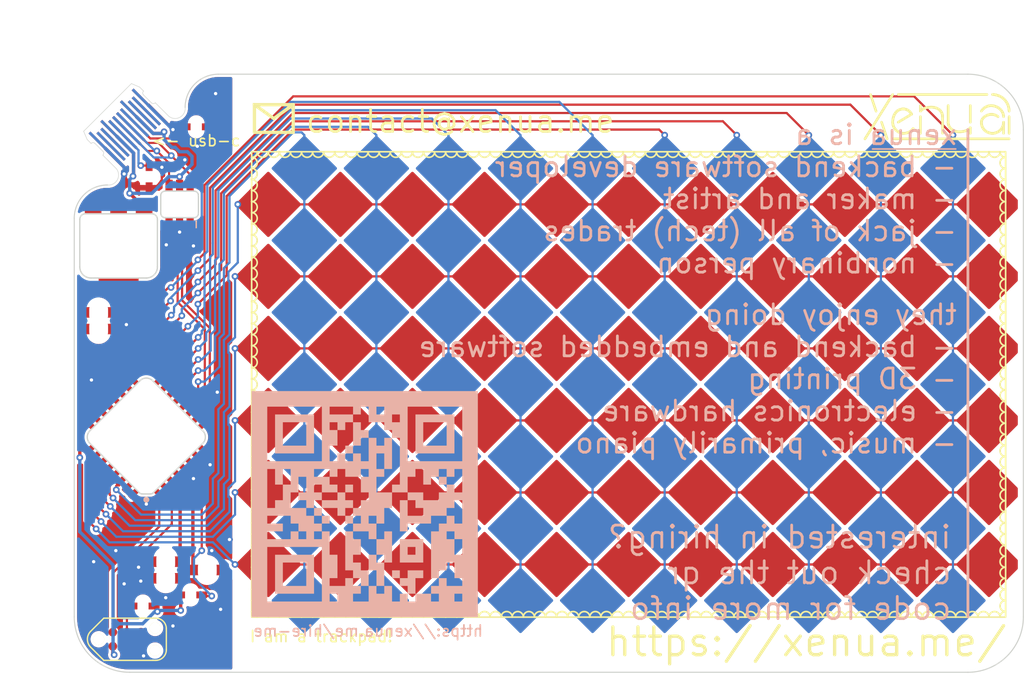
<source format=kicad_pcb>
(kicad_pcb (version 20211014) (generator pcbnew)

  (general
    (thickness 0.6)
  )

  (paper "A4")
  (layers
    (0 "F.Cu" signal)
    (31 "B.Cu" signal)
    (32 "B.Adhes" user "B.Adhesive")
    (33 "F.Adhes" user "F.Adhesive")
    (34 "B.Paste" user)
    (35 "F.Paste" user)
    (36 "B.SilkS" user "B.Silkscreen")
    (37 "F.SilkS" user "F.Silkscreen")
    (38 "B.Mask" user)
    (39 "F.Mask" user)
    (40 "Dwgs.User" user "User.Drawings")
    (41 "Cmts.User" user "User.Comments")
    (42 "Eco1.User" user "User.Eco1")
    (43 "Eco2.User" user "User.Eco2")
    (44 "Edge.Cuts" user)
    (45 "Margin" user)
    (46 "B.CrtYd" user "B.Courtyard")
    (47 "F.CrtYd" user "F.Courtyard")
    (48 "B.Fab" user)
    (49 "F.Fab" user)
    (50 "User.1" user)
    (51 "User.2" user)
    (52 "User.3" user)
    (53 "User.4" user)
    (54 "User.5" user)
    (55 "User.6" user)
    (56 "User.7" user)
    (57 "User.8" user)
    (58 "User.9" user)
  )

  (setup
    (stackup
      (layer "F.SilkS" (type "Top Silk Screen") (color "White"))
      (layer "F.Paste" (type "Top Solder Paste"))
      (layer "F.Mask" (type "Top Solder Mask") (color "Black") (thickness 0.01))
      (layer "F.Cu" (type "copper") (thickness 0.035))
      (layer "dielectric 1" (type "core") (thickness 0.51) (material "FR4") (epsilon_r 4.5) (loss_tangent 0.02))
      (layer "B.Cu" (type "copper") (thickness 0.035))
      (layer "B.Mask" (type "Bottom Solder Mask") (color "Black") (thickness 0.01))
      (layer "B.Paste" (type "Bottom Solder Paste"))
      (layer "B.SilkS" (type "Bottom Silk Screen") (color "White"))
      (copper_finish "HAL lead-free")
      (dielectric_constraints no)
    )
    (pad_to_mask_clearance 0)
    (pcbplotparams
      (layerselection 0x00010fc_ffffffff)
      (disableapertmacros false)
      (usegerberextensions false)
      (usegerberattributes true)
      (usegerberadvancedattributes true)
      (creategerberjobfile true)
      (svguseinch false)
      (svgprecision 6)
      (excludeedgelayer true)
      (plotframeref false)
      (viasonmask false)
      (mode 1)
      (useauxorigin false)
      (hpglpennumber 1)
      (hpglpenspeed 20)
      (hpglpendiameter 15.000000)
      (dxfpolygonmode true)
      (dxfimperialunits true)
      (dxfusepcbnewfont true)
      (psnegative false)
      (psa4output false)
      (plotreference true)
      (plotvalue true)
      (plotinvisibletext false)
      (sketchpadsonfab false)
      (subtractmaskfromsilk false)
      (outputformat 1)
      (mirror false)
      (drillshape 1)
      (scaleselection 1)
      (outputdirectory "")
    )
  )

  (net 0 "")
  (net 1 "GND")
  (net 2 "Net-(C2-Pad2)")
  (net 3 "+3V3")
  (net 4 "unconnected-(J1-PadB8)")
  (net 5 "/DM")
  (net 6 "/DP")
  (net 7 "Net-(J1-PadB5)")
  (net 8 "VBUS")
  (net 9 "Net-(J1-PadA5)")
  (net 10 "unconnected-(J1-PadA8)")
  (net 11 "/SWDIO")
  (net 12 "/RST")
  (net 13 "/SWCLK")
  (net 14 "unconnected-(J2-Pad6)")
  (net 15 "/USBD+")
  (net 16 "/USBD-")
  (net 17 "unconnected-(U3-Pad1)")
  (net 18 "unconnected-(U3-Pad2)")
  (net 19 "/Y0")
  (net 20 "/Y1")
  (net 21 "/Y2")
  (net 22 "/Y3")
  (net 23 "/Y4")
  (net 24 "/Y5")
  (net 25 "/X0")
  (net 26 "/X1")
  (net 27 "/X2")
  (net 28 "/X3")
  (net 29 "unconnected-(U3-Pad15)")
  (net 30 "unconnected-(U3-Pad16)")
  (net 31 "/X4")
  (net 32 "/X5")
  (net 33 "/X6")
  (net 34 "/X7")
  (net 35 "/X10")
  (net 36 "/X11")
  (net 37 "unconnected-(U3-Pad25)")
  (net 38 "unconnected-(U3-Pad27)")

  (footprint "xenua:SOT-223-3_TabPin2_MidMount" (layer "F.Cu") (at 104 115.5 -90))

  (footprint "xenua:SOT-23-6_MidMount" (layer "F.Cu") (at 109.5 111.75 90))

  (footprint "xenua:0603_1608Metric_Pad1.08x0.95mm_MidMount" (layer "F.Cu") (at 102.2 123))

  (footprint "xenua:sig-medium" (layer "F.Cu") (at 171.315002 105.834999))

  (footprint "xenua:0402_1005Metric_Pad0.74x0.62mm_MidMount" (layer "F.Cu") (at 106.2 148 180))

  (footprint "xenua:USB_C_PCB" (layer "F.Cu") (at 103 103 45))

  (footprint "xenua:0402_1005Metric_Pad0.74x0.62mm_MidMount" (layer "F.Cu") (at 111 104.75))

  (footprint "xenua:0603_1608Metric_Pad1.08x0.95mm_MidMount" (layer "F.Cu") (at 108.25 144 180))

  (footprint "xenua:0603_1608Metric_Pad1.08x0.95mm_MidMount" (layer "F.Cu") (at 102.2 121.5))

  (footprint "xenua:0603_1608Metric_Pad1.08x0.95mm_MidMount" (layer "F.Cu") (at 112 144.75 180))

  (footprint "xenua:LQFP-32_7x7mm_P0.8mm_midmount" (layer "F.Cu") (at 106.5 132.75 135))

  (footprint "xenua:0402_1005Metric_Pad0.74x0.62mm_MidMount" (layer "F.Cu") (at 110.5 147 180))

  (footprint "xenua:0402_1005Metric_Pad0.74x0.62mm_MidMount" (layer "F.Cu") (at 106.75 109.25 90))

  (footprint "xenua:0603_1608Metric_Pad1.08x0.95mm_MidMount" (layer "F.Cu") (at 108.25 145.5 180))

  (footprint "xenua:TC2030" (layer "F.Cu") (at 104.75 151))

  (gr_poly
    (pts
      (xy 134.289652 134.227587)
      (xy 130.772411 134.227587)
      (xy 130.772411 133.524139)
      (xy 131.47586 133.524139)
      (xy 133.586205 133.524139)
      (xy 133.586205 131.413795)
      (xy 131.47586 131.413795)
      (xy 131.47586 133.524139)
      (xy 130.772411 133.524139)
      (xy 130.772411 130.710346)
      (xy 134.289652 130.710346)
    ) (layer "B.SilkS") (width 0) (fill solid) (tstamp 1de57649-c458-48c6-919a-81197b6291b2))
  (gr_poly
    (pts
      (xy 121.627585 146.889654)
      (xy 118.110344 146.889654)
      (xy 118.110344 146.186207)
      (xy 118.813793 146.186207)
      (xy 120.924137 146.186207)
      (xy 120.924137 144.075862)
      (xy 118.813793 144.075862)
      (xy 118.813793 146.186207)
      (xy 118.110344 146.186207)
      (xy 118.110344 143.372413)
      (xy 121.627585 143.372413)
    ) (layer "B.SilkS") (width 0) (fill solid) (tstamp 24024531-fdbf-4c71-b8a2-0633f776f61a))
  (gr_poly
    (pts
      (xy 125.144826 137.744828)
      (xy 124.441378 137.744828)
      (xy 124.441378 137.04138)
      (xy 125.144826 137.04138)
    ) (layer "B.SilkS") (width 0) (fill solid) (tstamp 6c1923d3-2542-45b5-9107-6d71b77bc673))
  (gr_poly
    (pts
      (xy 131.47586 144.075862)
      (xy 129.365516 144.075862)
      (xy 129.365516 143.372413)
      (xy 130.068964 143.372413)
      (xy 130.772411 143.372413)
      (xy 130.772411 142.668966)
      (xy 130.068964 142.668966)
      (xy 130.068964 143.372413)
      (xy 129.365516 143.372413)
      (xy 129.365516 141.965518)
      (xy 131.47586 141.965518)
    ) (layer "B.SilkS") (width 0) (fill solid) (tstamp 806aaf2f-ef7f-4422-adb9-f027f0cefdb4))
  (gr_poly
    (pts
      (xy 129.365516 145.482757)
      (xy 128.662067 145.482757)
      (xy 128.662067 144.77931)
      (xy 129.365516 144.77931)
    ) (layer "B.SilkS") (width 0) (fill solid) (tstamp 864bd45d-6255-4fa5-88f1-38a25f945ead))
  (gr_line (start 180.6 105) (end 180.6 148.98) (layer "B.SilkS") (width 0.25) (tstamp 8fecaca3-348c-46fd-8131-f790b33d0973))
  (gr_line (start 179.5 106.75) (end 172 106.75) (layer "B.SilkS") (width 0.15) (tstamp b3501f82-0201-4d77-84df-7ef448dbf020))
  (gr_poly
    (pts
      (xy 121.627585 134.227587)
      (xy 118.110344 134.227587)
      (xy 118.110344 133.524139)
      (xy 118.813793 133.524139)
      (xy 120.924137 133.524139)
      (xy 120.924137 131.413795)
      (xy 118.813793 131.413795)
      (xy 118.813793 133.524139)
      (xy 118.110344 133.524139)
      (xy 118.110344 130.710346)
      (xy 121.627585 130.710346)
    ) (layer "B.SilkS") (width 0) (fill solid) (tstamp cc97ed5c-3760-4c40-a8f6-c8baed4748f1))
  (gr_poly
    (pts
      (xy 136.399998 149)
      (xy 116 149)
      (xy 116 147.593103)
      (xy 117.406896 147.593103)
      (xy 122.331034 147.593103)
      (xy 123.034482 147.593103)
      (xy 123.73793 147.593103)
      (xy 125.144826 147.593103)
      (xy 126.551723 147.593103)
      (xy 126.551723 146.889654)
      (xy 127.255171 146.889654)
      (xy 127.958619 146.889654)
      (xy 127.958619 146.186207)
      (xy 127.255171 146.186207)
      (xy 127.255171 146.889654)
      (xy 126.551723 146.889654)
      (xy 126.551723 146.186207)
      (xy 127.255171 146.186207)
      (xy 127.255171 144.77931)
      (xy 126.551723 144.77931)
      (xy 126.551723 146.186207)
      (xy 125.848274 146.186207)
      (xy 125.848274 146.889654)
      (xy 125.144826 146.889654)
      (xy 125.144826 147.593103)
      (xy 123.73793 147.593103)
      (xy 123.73793 146.889654)
      (xy 123.034482 146.889654)
      (xy 123.034482 147.593103)
      (xy 122.331034 147.593103)
      (xy 122.331034 142.668966)
      (xy 117.406896 142.668966)
      (xy 117.406896 147.593103)
      (xy 116 147.593103)
      (xy 116 141.965518)
      (xy 117.406896 141.965518)
      (xy 119.517241 141.965518)
      (xy 120.220689 141.965518)
      (xy 120.924137 141.965518)
      (xy 121.627585 141.965518)
      (xy 122.331034 141.965518)
      (xy 122.331034 141.262069)
      (xy 123.034482 141.262069)
      (xy 123.034482 143.372413)
      (xy 123.73793 143.372413)
      (xy 123.73793 145.482757)
      (xy 123.034482 145.482757)
      (xy 123.034482 146.186207)
      (xy 124.441378 146.186207)
      (xy 125.144826 146.186207)
      (xy 125.848274 146.186207)
      (xy 125.848274 145.482757)
      (xy 125.144826 145.482757)
      (xy 125.144826 146.186207)
      (xy 124.441378 146.186207)
      (xy 124.441378 145.482757)
      (xy 125.144826 145.482757)
      (xy 125.144826 144.77931)
      (xy 124.441378 144.77931)
      (xy 124.441378 144.075862)
      (xy 125.144826 144.075862)
      (xy 125.848274 144.075862)
      (xy 125.848274 144.77931)
      (xy 126.551723 144.77931)
      (xy 126.551723 144.075862)
      (xy 127.255171 144.075862)
      (xy 127.958619 144.075862)
      (xy 127.958619 143.372413)
      (xy 127.255171 143.372413)
      (xy 127.255171 144.075862)
      (xy 126.551723 144.075862)
      (xy 126.551723 143.372413)
      (xy 127.255171 143.372413)
      (xy 127.255171 141.965518)
      (xy 127.958619 141.965518)
      (xy 127.958619 141.262069)
      (xy 128.662067 141.262069)
      (xy 128.662067 144.075862)
      (xy 127.958619 144.075862)
      (xy 127.958619 146.186207)
      (xy 128.662067 146.186207)
      (xy 128.662067 147.593103)
      (xy 129.365516 147.593103)
      (xy 130.068964 147.593103)
      (xy 130.772411 147.593103)
      (xy 132.179308 147.593103)
      (xy 132.882755 147.593103)
      (xy 134.289652 147.593103)
      (xy 134.993101 147.593103)
      (xy 134.993101 146.889654)
      (xy 134.289652 146.889654)
      (xy 134.289652 147.593103)
      (xy 132.882755 147.593103)
      (xy 132.882755 146.889654)
      (xy 132.179308 146.889654)
      (xy 132.179308 147.593103)
      (xy 130.772411 147.593103)
      (xy 130.772411 146.889654)
      (xy 130.068964 146.889654)
      (xy 130.068964 147.593103)
      (xy 129.365516 147.593103)
      (xy 129.365516 146.889654)
      (xy 130.068964 146.889654)
      (xy 130.068964 146.186207)
      (xy 129.365516 146.186207)
      (xy 129.365516 145.482757)
      (xy 130.068964 145.482757)
      (xy 130.068964 144.77931)
      (xy 131.47586 144.77931)
      (xy 131.47586 145.482757)
      (xy 130.772411 145.482757)
      (xy 130.772411 146.889654)
      (xy 132.179308 146.889654)
      (xy 132.179308 146.186207)
      (xy 132.882755 146.186207)
      (xy 132.882755 145.482757)
      (xy 133.586205 145.482757)
      (xy 133.586205 146.186207)
      (xy 134.993101 146.186207)
      (xy 134.993101 145.482757)
      (xy 134.289652 145.482757)
      (xy 134.289652 144.075862)
      (xy 133.586205 144.075862)
      (xy 133.586205 144.77931)
      (xy 132.882755 144.77931)
      (xy 132.882755 145.482757)
      (xy 132.179308 145.482757)
      (xy 132.179308 143.372413)
      (xy 134.289652 143.372413)
      (xy 134.993101 143.372413)
      (xy 134.993101 141.965518)
      (xy 134.289652 141.965518)
      (xy 134.289652 143.372413)
      (xy 132.179308 143.372413)
      (xy 132.179308 141.965518)
      (xy 133.586205 141.965518)
      (xy 134.289652 141.965518)
      (xy 134.289652 141.262069)
      (xy 133.586205 141.262069)
      (xy 133.586205 141.965518)
      (xy 132.179308 141.965518)
      (xy 132.179308 141.262069)
      (xy 132.882755 141.262069)
      (xy 132.882755 140.558621)
      (xy 133.586205 140.558621)
      (xy 133.586205 139.855173)
      (xy 134.289652 139.855173)
      (xy 134.289652 140.558621)
      (xy 134.993101 140.558621)
      (xy 134.993101 138.448276)
      (xy 134.289652 138.448276)
      (xy 134.289652 139.151725)
      (xy 133.586205 139.151725)
      (xy 133.586205 139.855173)
      (xy 132.179308 139.855173)
      (xy 132.179308 140.558621)
      (xy 130.068964 140.558621)
      (xy 130.068964 141.262069)
      (xy 129.365516 141.262069)
      (xy 129.365516 139.855173)
      (xy 130.068964 139.855173)
      (xy 131.47586 139.855173)
      (xy 131.47586 139.151725)
      (xy 130.772411 139.151725)
      (xy 130.772411 138.448276)
      (xy 130.068964 138.448276)
      (xy 130.068964 139.855173)
      (xy 129.365516 139.855173)
      (xy 129.365516 138.448276)
      (xy 130.068964 138.448276)
      (xy 130.068964 137.744828)
      (xy 131.47586 137.744828)
      (xy 131.47586 138.448276)
      (xy 132.882755 138.448276)
      (xy 132.882755 137.744828)
      (xy 133.586205 137.744828)
      (xy 133.586205 137.04138)
      (xy 134.289652 137.04138)
      (xy 134.289652 137.744828)
      (xy 134.993101 137.744828)
      (xy 134.993101 135.634484)
      (xy 134.289652 135.634484)
      (xy 134.289652 136.337932)
      (xy 133.586205 136.337932)
      (xy 133.586205 137.04138)
      (xy 132.882755 137.04138)
      (xy 132.882755 136.337932)
      (xy 133.586205 136.337932)
      (xy 133.586205 135.634484)
      (xy 132.882755 135.634484)
      (xy 132.882755 136.337932)
      (xy 132.179308 136.337932)
      (xy 132.179308 137.04138)
      (xy 131.47586 137.04138)
      (xy 131.47586 135.634484)
      (xy 130.772411 135.634484)
      (xy 130.772411 136.337932)
      (xy 130.068964 136.337932)
      (xy 130.068964 137.744828)
      (xy 128.662067 137.744828)
      (xy 128.662067 139.151725)
      (xy 127.958619 139.151725)
      (xy 127.958619 140.558621)
      (xy 127.255171 140.558621)
      (xy 127.255171 141.965518)
      (xy 126.551723 141.965518)
      (xy 126.551723 141.262069)
      (xy 125.144826 141.262069)
      (xy 125.144826 141.965518)
      (xy 125.848274 141.965518)
      (xy 125.848274 143.372413)
      (xy 125.144826 143.372413)
      (xy 125.144826 144.075862)
      (xy 124.441378 144.075862)
      (xy 124.441378 141.262069)
      (xy 125.144826 141.262069)
      (xy 125.144826 140.558621)
      (xy 125.848274 140.558621)
      (xy 126.551723 140.558621)
      (xy 127.255171 140.558621)
      (xy 127.255171 139.855173)
      (xy 126.551723 139.855173)
      (xy 126.551723 140.558621)
      (xy 125.848274 140.558621)
      (xy 125.848274 139.855173)
      (xy 125.144826 139.855173)
      (xy 125.144826 140.558621)
      (xy 124.441378 140.558621)
      (xy 124.441378 139.855173)
      (xy 125.144826 139.855173)
      (xy 125.144826 139.151725)
      (xy 124.441378 139.151725)
      (xy 124.441378 139.855173)
      (xy 123.73793 139.855173)
      (xy 123.73793 139.151725)
      (xy 122.331034 139.151725)
      (xy 122.331034 139.855173)
      (xy 123.034482 139.855173)
      (xy 123.034482 140.558621)
      (xy 122.331034 140.558621)
      (xy 122.331034 141.262069)
      (xy 121.627585 141.262069)
      (xy 121.627585 141.965518)
      (xy 120.924137 141.965518)
      (xy 120.924137 141.262069)
      (xy 120.220689 141.262069)
      (xy 120.220689 141.965518)
      (xy 119.517241 141.965518)
      (xy 119.517241 141.262069)
      (xy 120.220689 141.262069)
      (xy 120.220689 140.558621)
      (xy 121.627585 140.558621)
      (xy 122.331034 140.558621)
      (xy 122.331034 139.855173)
      (xy 121.627585 139.855173)
      (xy 121.627585 140.558621)
      (xy 120.220689 140.558621)
      (xy 119.517241 140.558621)
      (xy 119.517241 139.855173)
      (xy 120.924137 139.855173)
      (xy 121.627585 139.855173)
      (xy 121.627585 139.151725)
      (xy 122.331034 139.151725)
      (xy 122.331034 138.448276)
      (xy 123.73793 138.448276)
      (xy 123.73793 137.744828)
      (xy 122.331034 137.744828)
      (xy 122.331034 138.448276)
      (xy 121.627585 138.448276)
      (xy 121.627585 139.151725)
      (xy 120.924137 139.151725)
      (xy 120.924137 139.855173)
      (xy 119.517241 139.855173)
      (xy 117.406896 139.855173)
      (xy 117.406896 140.558621)
      (xy 118.813793 140.558621)
      (xy 118.813793 141.262069)
      (xy 117.406896 141.262069)
      (xy 117.406896 141.965518)
      (xy 116 141.965518)
      (xy 116 139.151725)
      (xy 117.406896 139.151725)
      (xy 118.110344 139.151725)
      (xy 119.517241 139.151725)
      (xy 120.924137 139.151725)
      (xy 120.924137 138.448276)
      (xy 120.220689 138.448276)
      (xy 120.220689 137.744828)
      (xy 120.924137 137.744828)
      (xy 121.627585 137.744828)
      (xy 122.331034 137.744828)
      (xy 122.331034 137.04138)
      (xy 123.034482 137.04138)
      (xy 123.73793 137.04138)
      (xy 123.73793 137.744828)
      (xy 124.441378 137.744828)
      (xy 124.441378 138.448276)
      (xy 125.144826 138.448276)
      (xy 125.144826 139.151725)
      (xy 125.848274 139.151725)
      (xy 125.848274 138.448276)
      (xy 126.551723 138.448276)
      (xy 126.551723 137.744828)
      (xy 127.255171 137.744828)
      (xy 128.662067 137.744828)
      (xy 128.662067 137.04138)
      (xy 129.365516 137.04138)
      (xy 129.365516 134.931036)
      (xy 130.068964 134.931036)
      (xy 134.993101 134.931036)
      (xy 134.993101 130.006898)
      (xy 130.068964 130.006898)
      (xy 130.068964 134.931036)
      (xy 129.365516 134.931036)
      (xy 129.365516 132.820691)
      (xy 128.662067 132.820691)
      (xy 128.662067 135.634484)
      (xy 127.958619 135.634484)
      (xy 127.958619 136.337932)
      (xy 127.255171 136.337932)
      (xy 127.255171 137.744828)
      (xy 126.551723 137.744828)
      (xy 125.848274 137.744828)
      (xy 125.848274 136.337932)
      (xy 126.551723 136.337932)
      (xy 126.551723 135.634484)
      (xy 127.255171 135.634484)
      (xy 127.958619 135.634484)
      (xy 127.958619 134.227587)
      (xy 127.255171 134.227587)
      (xy 127.255171 135.634484)
      (xy 126.551723 135.634484)
      (xy 125.848274 135.634484)
      (xy 125.848274 136.337932)
      (xy 124.441378 136.337932)
      (xy 124.441378 135.634484)
      (xy 123.73793 135.634484)
      (xy 123.73793 136.337932)
      (xy 123.034482 136.337932)
      (xy 123.034482 137.04138)
      (xy 122.331034 137.04138)
      (xy 121.627585 137.04138)
      (xy 121.627585 137.744828)
      (xy 120.924137 137.744828)
      (xy 120.924137 136.337932)
      (xy 121.627585 136.337932)
      (xy 123.034482 136.337932)
      (xy 123.034482 135.634484)
      (xy 121.627585 135.634484)
      (xy 121.627585 136.337932)
      (xy 120.924137 136.337932)
      (xy 120.220689 136.337932)
      (xy 120.220689 137.744828)
      (xy 119.517241 137.744828)
      (xy 119.517241 139.151725)
      (xy 118.110344 139.151725)
      (xy 118.110344 138.448276)
      (xy 118.813793 138.448276)
      (xy 118.813793 137.04138)
      (xy 119.517241 137.04138)
      (xy 119.517241 135.634484)
      (xy 118.813793 135.634484)
      (xy 118.813793 137.04138)
      (xy 118.110344 137.04138)
      (xy 118.110344 135.634484)
      (xy 117.406896 135.634484)
      (xy 117.406896 139.151725)
      (xy 116 139.151725)
      (xy 116 134.931036)
      (xy 117.406896 134.931036)
      (xy 122.331034 134.931036)
      (xy 123.034482 134.931036)
      (xy 123.73793 134.931036)
      (xy 124.441378 134.931036)
      (xy 125.144826 134.931036)
      (xy 125.144826 134.227587)
      (xy 125.848274 134.227587)
      (xy 125.848274 134.931036)
      (xy 126.551723 134.931036)
      (xy 126.551723 132.820691)
      (xy 125.848274 132.820691)
      (xy 125.848274 133.524139)
      (xy 125.144826 133.524139)
      (xy 125.144826 134.227587)
      (xy 124.441378 134.227587)
      (xy 124.441378 134.931036)
      (xy 123.73793 134.931036)
      (xy 123.73793 134.227587)
      (xy 124.441378 134.227587)
      (xy 124.441378 133.524139)
      (xy 125.144826 133.524139)
      (xy 125.144826 131.413795)
      (xy 125.848274 131.413795)
      (xy 125.848274 132.117243)
      (xy 126.551723 132.117243)
      (xy 126.551723 132.820691)
      (xy 127.255171 132.820691)
      (xy 127.255171 133.524139)
      (xy 127.958619 133.524139)
      (xy 127.958619 132.820691)
      (xy 128.662067 132.820691)
      (xy 128.662067 132.117243)
      (xy 127.958619 132.117243)
      (xy 127.958619 131.413795)
      (xy 128.662067 131.413795)
      (xy 129.365516 131.413795)
      (xy 129.365516 130.710346)
      (xy 128.662067 130.710346)
      (xy 128.662067 131.413795)
      (xy 127.958619 131.413795)
      (xy 126.551723 131.413795)
      (xy 126.551723 130.710346)
      (xy 127.255171 130.710346)
      (xy 127.958619 130.710346)
      (xy 127.958619 130.006898)
      (xy 127.255171 130.006898)
      (xy 127.255171 130.710346)
      (xy 126.551723 130.710346)
      (xy 126.551723 130.006898)
      (xy 125.848274 130.006898)
      (xy 125.848274 130.710346)
      (xy 125.144826 130.710346)
      (xy 125.144826 131.413795)
      (xy 124.441378 131.413795)
      (xy 124.441378 132.117243)
      (xy 123.73793 132.117243)
      (xy 123.73793 133.524139)
      (xy 123.034482 133.524139)
      (xy 123.034482 134.931036)
      (xy 122.331034 134.931036)
      (xy 122.331034 132.117243)
      (xy 123.034482 132.117243)
      (xy 123.73793 132.117243)
      (xy 123.73793 131.413795)
      (xy 123.034482 131.413795)
      (xy 123.034482 132.117243)
      (xy 122.331034 132.117243)
      (xy 122.331034 130.710346)
      (xy 123.034482 130.710346)
      (xy 125.144826 130.710346)
      (xy 125.144826 130.006898)
      (xy 123.034482 130.006898)
      (xy 123.034482 130.710346)
      (xy 122.331034 130.710346)
      (xy 122.331034 130.006898)
      (xy 117.406896 130.006898)
      (xy 117.406896 134.931036)
      (xy 116 134.931036)
      (xy 116 128.600002)
      (xy 136.399998 128.600002)
    ) (layer "B.SilkS") (width 0) (fill solid) (tstamp e7244fe7-b001-4633-b32f-5ac4badf934a))
  (gr_arc (start 116 139.5) (mid 116.5 140) (end 116 140.5) (layer "F.SilkS") (width 0.15) (tstamp 008a57b5-5c0e-46bf-a1db-1a7488d57d68))
  (gr_arc (start 159.5 149) (mid 160 148.5) (end 160.5 149) (layer "F.SilkS") (width 0.15) (tstamp 022c332a-df81-4108-91c0-167db128dd1e))
  (gr_arc locked (start 117.5 107) (mid 117 107.5) (end 116.5 107) (layer "F.SilkS") (width 0.15) (tstamp 025c5909-59c3-4b6e-8db4-f88475d8ab22))
  (gr_arc (start 116 135.5) (mid 116.5 136) (end 116 136.5) (layer "F.SilkS") (width 0.15) (tstamp 02ad0fbe-ee08-4533-bda6-5c47e76d33f5))
  (gr_arc (start 138.5 149) (mid 139 148.5) (end 139.5 149) (layer "F.SilkS") (width 0.15) (tstamp 04552b43-2213-4d6e-a797-e237bdca0f23))
  (gr_arc (start 184 109.5) (mid 183.5 109) (end 184 108.5) (layer "F.SilkS") (width 0.15) (tstamp 0969ab98-369d-43e9-9461-35c3f7a77b31))
  (gr_arc locked (start 179.5 107) (mid 179 107.5) (end 178.5 107) (layer "F.SilkS") (width 0.15) (tstamp 09f4594a-e59d-4f10-af7b-823f8d694819))
  (gr_arc (start 180.5 149) (mid 181 148.5) (end 181.5 149) (layer "F.SilkS") (width 0.15) (tstamp 09f990ca-3fe7-44ce-928a-791f58b848e6))
  (gr_arc (start 133.5 149) (mid 134 148.5) (end 134.5 149) (layer "F.SilkS") (width 0.15) (tstamp 0be2209f-dbfa-4850-ba99-be6ec8ce4396))
  (gr_arc locked (start 165.5 107) (mid 165 107.5) (end 164.5 107) (layer "F.SilkS") (width 0.15) (tstamp 0cc312d2-99b4-4009-a67b-781385dc782e))
  (gr_arc (start 165.5 149) (mid 166 148.5) (end 166.5 149) (layer "F.SilkS") (width 0.15) (tstamp 110bd742-7d8a-40fb-9d6e-6b4bc5e0b6f8))
  (gr_arc locked (start 147.5 107) (mid 147 107.5) (end 146.5 107) (layer "F.SilkS") (width 0.15) (tstamp 137296bf-9b96-49aa-bc1a-df611e3f1e1e))
  (gr_arc (start 181.5 149) (mid 182 148.5) (end 182.5 149) (layer "F.SilkS") (width 0.15) (tstamp 139b3779-61d6-4f88-9a7e-814dea295eb0))
  (gr_arc locked (start 143.5 107) (mid 143 107.5) (end 142.5 107) (layer "F.SilkS") (width 0.15) (tstamp 1571552e-0979-4fbc-a831-aa4f16a47c1e))
  (gr_line (start 119.75 102.75) (end 118 104) (layer "F.SilkS") (width 0.3) (tstamp 17c31e22-52e9-4d92-92dc-6367e41b9ce7))
  (gr_arc locked (start 182.5 107) (mid 182 107.5) (end 181.5 107) (layer "F.SilkS") (width 0.15) (tstamp 17f5369b-ae5c-4d43-a78e-cbfc39140012))
  (gr_arc (start 116 117.5) (mid 116.5 118) (end 116 118.5) (layer "F.SilkS") (width 0.15) (tstamp 198c2bd4-bbff-4f41-a822-f04ff3c84a48))
  (gr_arc (start 184 137.5) (mid 183.5 137) (end 184 136.5) (layer "F.SilkS") (width 0.15) (tstamp 1aa9ea18-1613-492a-b638-447198d55ba7))
  (gr_arc locked (start 169.5 107) (mid 169 107.5) (end 168.5 107) (layer "F.SilkS") (width 0.15) (tstamp 1c64a59e-63bb-47b8-8d4c-411182b1f911))
  (gr_arc locked (start 184 107.5) (mid 183.646447 107.353553) (end 183.5 107) (layer "F.SilkS") (width 0.15) (tstamp 1c99e339-0c09-45da-ba06-06d1be99e812))
  (gr_arc (start 136.5 149) (mid 137 148.5) (end 137.5 149) (layer "F.SilkS") (width 0.15) (tstamp 1cb0dcc1-d6a1-4dcb-bc05-a60fb2bccea4))
  (gr_arc locked (start 154.5 107) (mid 154 107.5) (end 153.5 107) (layer "F.SilkS") (width 0.15) (tstamp 1d4e246c-dae5-4e1f-9a75-2c353d7855a8))
  (gr_arc (start 116 138.5) (mid 116.5 139) (end 116 139.5) (layer "F.SilkS") (width 0.15) (tstamp 1e312f56-c058-4ec0-8dfd-52dd450b425d))
  (gr_arc (start 137.5 149) (mid 138 148.5) (end 138.5 149) (layer "F.SilkS") (width 0.15) (tstamp 1f6b57ac-94ec-43a0-b4eb-de49b95b824b))
  (gr_arc (start 117.5 149) (mid 118 148.5) (end 118.5 149) (layer "F.SilkS") (width 0.15) (tstamp 1fc11096-f195-4bc4-9d64-a40902135d93))
  (gr_arc (start 160.5 149) (mid 161 148.5) (end 161.5 149) (layer "F.SilkS") (width 0.15) (tstamp 215b90e4-fdef-41f0-9fcf-89157b9f92b2))
  (gr_arc (start 184 134.5) (mid 183.5 134) (end 184 133.5) (layer "F.SilkS") (width 0.15) (tstamp 21ddb76f-da2e-4e17-95ff-4de4e345cf63))
  (gr_arc locked (start 160.5 107) (mid 160 107.5) (end 159.5 107) (layer "F.SilkS") (width 0.15) (tstamp 23830658-da56-48b1-8f2f-102b65d1ce92))
  (gr_arc (start 176.5 149) (mid 177 148.5) (end 177.5 149) (layer "F.SilkS") (width 0.15) (tstamp 23e65c19-3e78-45a6-9527-d0fdbe93db7b))
  (gr_arc (start 141.5 149) (mid 142 148.5) (end 142.5 149) (layer "F.SilkS") (width 0.15) (tstamp 24053fe5-0861-4308-9b6e-37718c8807ad))
  (gr_arc (start 134.5 149) (mid 135 148.5) (end 135.5 149) (layer "F.SilkS") (width 0.15) (tstamp 240ba213-fab2-4ec8-badb-76aa82a7eb1d))
  (gr_arc (start 161.5 149) (mid 162 148.5) (end 162.5 149) (layer "F.SilkS") (width 0.15) (tstamp 247cba40-aad9-41c3-bedd-5d91339d00ef))
  (gr_arc (start 116 121.5) (mid 116.5 122) (end 116 122.5) (layer "F.SilkS") (width 0.15) (tstamp 24deeb96-5729-4d9b-97e5-cc1a187c72a3))
  (gr_arc (start 184 113.5) (mid 183.5 113) (end 184 112.5) (layer "F.SilkS") (width 0.15) (tstamp 24fd74cb-a520-43bb-ae52-55327428d871))
  (gr_arc locked (start 168.5 107) (mid 168 107.5) (end 167.5 107) (layer "F.SilkS") (width 0.15) (tstamp 259dcf64-6849-45ad-ab5a-a6a39fa6fdcb))
  (gr_arc (start 116 119.5) (mid 116.5 120) (end 116 120.5) (layer "F.SilkS") (width 0.15) (tstamp 25a1a51b-9a62-4734-a75d-852bc7c39cf6))
  (gr_arc locked (start 175.5 107) (mid 175 107.5) (end 174.5 107) (layer "F.SilkS") (width 0.15) (tstamp 26697a7f-67bb-4248-92d2-d4a3f2e987fc))
  (gr_arc (start 121.5 149) (mid 122 148.5) (end 122.5 149) (layer "F.SilkS") (width 0.15) (tstamp 27b32c53-6c2e-4e48-b561-d82685e444c8))
  (gr_arc (start 182.5 149) (mid 183 148.5) (end 183.5 149) (layer "F.SilkS") (width 0.15) (tstamp 2921c07f-9cf6-4352-9804-fc248b043f7a))
  (gr_arc (start 152.5 149) (mid 153 148.5) (end 153.5 149) (layer "F.SilkS") (width 0.15) (tstamp 295f0b1d-e5e4-4584-8217-0b1aea3121ae))
  (gr_arc (start 184 129.5) (mid 183.5 129) (end 184 128.5) (layer "F.SilkS") (width 0.15) (tstamp 297f5178-4be8-4a1a-87d9-fcf7039ddcd3))
  (gr_arc (start 184 148.5) (mid 183.5 148) (end 184 147.5) (layer "F.SilkS") (width 0.15) (tstamp 2d4154c2-18be-49cf-a359-7a5bd56cd0f2))
  (gr_arc locked (start 163.5 107) (mid 163 107.5) (end 162.5 107) (layer "F.SilkS") (width 0.15) (tstamp 2ecea752-9792-4722-891a-b3cd7d293cbc))
  (gr_arc locked (start 177.5 107) (mid 177 107.5) (end 176.5 107) (layer "F.SilkS") (width 0.15) (tstamp 2f598765-777c-4779-8b15-ed8c32648edb))
  (gr_arc (start 184 128.5) (mid 183.5 128) (end 184 127.5) (layer "F.SilkS") (width 0.15) (tstamp 30831b16-8fd8-41a8-b9b6-2fa050b6422e))
  (gr_arc (start 124.5 149) (mid 125 148.5) (end 125.5 149) (layer "F.SilkS") (width 0.15) (tstamp 33ed209c-5a31-4554-8e80-46ce5a59986c))
  (gr_arc (start 166.5 149) (mid 167 148.5) (end 167.5 149) (layer "F.SilkS") (width 0.15) (tstamp 34f471c2-1d58-41f7-ab68-72c46c6b1445))
  (gr_arc (start 148.5 149) (mid 149 148.5) (end 149.5 149) (layer "F.SilkS") (width 0.15) (tstamp 35598f7d-1f66-4a29-b275-783aae7d2369))
  (gr_arc (start 116 109.5) (mid 116.5 110) (end 116 110.5) (layer "F.SilkS") (width 0.15) (tstamp 3809427f-b179-444a-867e-201b12cce7eb))
  (gr_arc locked (start 157.5 107) (mid 157 107.5) (end 156.5 107) (layer "F.SilkS") (width 0.15) (tstamp 390f06ab-558d-452b-a8ab-dc27fd7fc295))
  (gr_arc (start 116 125.5) (mid 116.5 126) (end 116 126.5) (layer "F.SilkS") (width 0.15) (tstamp 3a86334e-73c2-4947-b5b2-c8d31c368579))
  (gr_arc (start 184 119.5) (mid 183.5 119) (end 184 118.5) (layer "F.SilkS") (width 0.15) (tstamp 3c077c78-0851-49dc-a6df-2361852da93a))
  (gr_arc (start 129.5 149) (mid 130 148.5) (end 130.5 149) (layer "F.SilkS") (width 0.15) (tstamp 40c181b9-69e1-492d-a95e-4f94b2c1c460))
  (gr_arc (start 120.5 149) (mid 121 148.5) (end 121.5 149) (layer "F.SilkS") (width 0.15) (tstamp 41f8c72f-974c-48bb-9e6b-bbcf760c1da1))
  (gr_arc (start 184 124.5) (mid 183.5 124) (end 184 123.5) (layer "F.SilkS") (width 0.15) (tstamp 4240b016-7ab3-412e-b440-ae53ed7d8587))
  (gr_arc (start 184 143.5) (mid 183.5 143) (end 184 142.5) (layer "F.SilkS") (width 0.15) (tstamp 424dce41-a2b4-41a5-ae06-725f30c747c7))
  (gr_arc locked (start 130.5 107) (mid 130 107.5) (end 129.5 107) (layer "F.SilkS") (width 0.15) (tstamp 428ca7bb-c996-41e0-ac86-08438aa2cb08))
  (gr_arc (start 144.5 149) (mid 145 148.5) (end 145.5 149) (layer "F.SilkS") (width 0.15) (tstamp 450ac44d-b8ea-4d30-9eba-b5f16fb40a35))
  (gr_arc (start 184 115.5) (mid 183.5 115) (end 184 114.5) (layer "F.SilkS") (width 0.15) (tstamp 46dddd88-aef5-4496-b1fd-7bdb9398fe9f))
  (gr_arc locked (start 118.5 107) (mid 118 107.5) (end 117.5 107) (layer "F.SilkS") (width 0.15) (tstamp 46f8094c-add8-4cfc-b087-52484dff67bd))
  (gr_arc locked (start 134.5 107) (mid 134 107.5) (end 133.5 107) (layer "F.SilkS") (width 0.15) (tstamp 48d5db77-9691-419e-be4f-7c05a68cfe24))
  (gr_arc (start 151.5 149) (mid 152 148.5) (end 152.5 149) (layer "F.SilkS") (width 0.15) (tstamp 4b654a41-d130-421d-80bc-783b29f4b389))
  (gr_arc (start 116 131.5) (mid 116.5 132) (end 116 132.5) (layer "F.SilkS") (width 0.15) (tstamp 4ccc3eb5-2ca3-40d1-acee-db67cfa355c0))
  (gr_arc locked (start 132.5 107) (mid 132 107.5) (end 131.5 107) (layer "F.SilkS") (width 0.15) (tstamp 5146731d-a9b8-4876-80ab-de63006baed3))
  (gr_arc (start 116 118.5) (mid 116.5 119) (end 116 119.5) (layer "F.SilkS") (width 0.15) (tstamp 52d7c97a-00f4-4a9a-ba51-1a4114123363))
  (gr_arc (start 162.5 149) (mid 163 148.5) (end 163.5 149) (layer "F.SilkS") (width 0.15) (tstamp 5329fbb3-3fd3-4a04-b153-fdc88a10b5f1))
  (gr_arc locked (start 172.5 107) (mid 172 107.5) (end 171.5 107) (layer "F.SilkS") (width 0.15) (tstamp 53c10911-45d0-4925-90b9-879e2681aefe))
  (gr_arc (start 116 137.5) (mid 116.5 138) (end 116 138.5) (layer "F.SilkS") (width 0.15) (tstamp 53e49c37-d044-4bbc-ab51-da25f043b58d))
  (gr_arc locked (start 156.5 107) (mid 156 107.5) (end 155.5 107) (layer "F.SilkS") (width 0.15) (tstamp 5559bca7-0dc6-43ea-8deb-4e84a9a7981d))
  (gr_arc locked (start 159.5 107) (mid 159 107.5) (end 158.5 107) (layer "F.SilkS") (width 0.15) (tstamp 558a4650-5f77-47f7-a136-c95838b9e605))
  (gr_arc (start 116 145.5) (mid 116.5 146) (end 116 146.5) (layer "F.SilkS") (width 0.15) (tstamp 55abc50c-544b-4aaf-a017-cc6074894c4e))
  (gr_arc (start 184 141.5) (mid 183.5 141) (end 184 140.5) (layer "F.SilkS") (width 0.15) (tstamp 5665a11f-a495-4b21-9b3c-b252a8cd4007))
  (gr_arc (start 116 113.5) (mid 116.5 114) (end 116 114.5) (layer "F.SilkS") (width 0.15) (tstamp 56694fc7-70d9-4922-8fbd-84759df0c183))
  (gr_arc (start 153.5 149) (mid 154 148.5) (end 154.5 149) (layer "F.SilkS") (width 0.15) (tstamp 570ee9c1-5e9a-4824-833d-883d6b98a8ef))
  (gr_arc (start 177.5 149) (mid 178 148.5) (end 178.5 149) (layer "F.SilkS") (width 0.15) (tstamp 57135367-88a2-4532-9749-e06b29aa3cbf))
  (gr_arc (start 116 110.5) (mid 116.5 111) (end 116 111.5) (layer "F.SilkS") (width 0.15) (tstamp 5bee9604-6d7a-4559-8e3c-161e0c2ae5ac))
  (gr_arc (start 172.5 149) (mid 173 148.5) (end 173.5 149) (layer "F.SilkS") (width 0.15) (tstamp 5cbdea87-bf9f-4955-9d83-bc5483a902c4))
  (gr_arc locked (start 149.5 107) (mid 149 107.5) (end 148.5 107) (layer "F.SilkS") (width 0.15) (tstamp 5cbdf913-9bc6-4777-b02c-eb4e1068e73f))
  (gr_arc locked (start 178.5 107) (mid 178 107.5) (end 177.5 107) (layer "F.SilkS") (width 0.15) (tstamp 5d29a73a-3e06-43ef-89ca-f5113cf87928))
  (gr_arc locked (start 158.5 107) (mid 158 107.5) (end 157.5 107) (layer "F.SilkS") (width 0.15) (tstamp 625f32f9-fc1e-4201-aec4-f363e86aff85))
  (gr_arc (start 184 127.5) (mid 183.5 127) (end 184 126.5) (layer "F.SilkS") (width 0.15) (tstamp 62d7e132-2cbd-4f61-b4b6-7e6f66dd04f0))
  (gr_arc locked (start 183.5 107) (mid 183 107.5) (end 182.5 107) (layer "F.SilkS") (width 0.15) (tstamp 64b3b1e6-c26d-42df-9183-42a96631e6f8))
  (gr_arc (start 179.5 149) (mid 180 148.5) (end 180.5 149) (layer "F.SilkS") (width 0.15) (tstamp 64ec5976-6726-4b0b-b3ef-dfab993e47c0))
  (gr_arc (start 116 130.5) (mid 116.5 131) (end 116 131.5) (layer "F.SilkS") (width 0.15) (tstamp 65ad0cc1-46ef-404a-9fac-5ef6e8e038ee))
  (gr_arc locked (start 123.5 107) (mid 123 107.5) (end 122.5 107) (layer "F.SilkS") (width 0.15) (tstamp 66116c00-f851-4624-81c0-96e3f11ab628))
  (gr_arc (start 122.5 149) (mid 123 148.5) (end 123.5 149) (layer "F.SilkS") (width 0.15) (tstamp 66c27c8b-3cad-4a2c-a4d6-82cc45cca65e))
  (gr_arc (start 158.5 149) (mid 159 148.5) (end 159.5 149) (layer "F.SilkS") (width 0.15) (tstamp 67b65338-cd82-4663-ab45-15b196c0ad16))
  (gr_arc locked (start 153.5 107) (mid 153 107.5) (end 152.5 107) (layer "F.SilkS") (width 0.15) (tstamp 6a85d245-3010-42e0-b3bd-176e8c7f8efb))
  (gr_arc (start 184 133.5) (mid 183.5 133) (end 184 132.5) (layer "F.SilkS") (width 0.15) (tstamp 6ec6eb59-abaf-4939-84ea-c870ce12d8e2))
  (gr_arc (start 155.5 149) (mid 156 148.5) (end 156.5 149) (layer "F.SilkS") (width 0.15) (tstamp 7016a5aa-e24a-47a0-a2d3-a2af29c89184))
  (gr_arc (start 147.5 149) (mid 148 148.5) (end 148.5 149) (layer "F.SilkS") (width 0.15) (tstamp 7095e68d-d1a3-4a0f-82d6-b9e123949849))
  (gr_arc (start 116.5 149) (mid 117 148.5) (end 117.5 149) (layer "F.SilkS") (width 0.15) (tstamp 710d72d1-cd78-4a3e-acd8-f4456a2b9445))
  (gr_arc locked (start 131.5 107) (mid 131 107.5) (end 130.5 107) (layer "F.SilkS") (width 0.15) (tstamp 73a70385-8ce9-4cde-a206-d662c77f5ceb))
  (gr_arc (start 184 120.5) (mid 183.5 120) (end 184 119.5) (layer "F.SilkS") (width 0.15) (tstamp 7a7afc79-11ea-40ba-917b-049054105749))
  (gr_arc locked (start 120.5 107) (mid 120 107.5) (end 119.5 107) (layer "F.SilkS") (width 0.15) (tstamp 7b96a257-797c-4f4a-b3dd-5b1e0a007ed7))
  (gr_arc (start 157.5 149) (mid 158 148.5) (end 158.5 149) (layer "F.SilkS") (width 0.15) (tstamp 7ef6bb16-d16a-4844-8e41-4156b4aba6e4))
  (gr_arc (start 131.5 149) (mid 132 148.5) (end 132.5 149) (layer "F.SilkS") (width 0.15) (tstamp 7f368547-739f-4d87-9e9f-80989ba29e8f))
  (gr_arc (start 168.5 149) (mid 169 148.5) (end 169.5 149) (layer "F.SilkS") (width 0.15) (tstamp 80537f0b-51ec-4874-8476-9a8580bf51d4))
  (gr_arc locked (start 139.5 107) (mid 139 107.5) (end 138.5 107) (layer "F.SilkS") (width 0.15) (tstamp 816ddb38-0113-40ce-a204-d14d756fc97c))
  (gr_arc (start 150.5 149) (mid 151 148.5) (end 151.5 149) (layer "F.SilkS") (width 0.15) (tstamp 81a258eb-c45c-4afa-93c8-2d30df27067c))
  (gr_arc (start 116 133.5) (mid 116.5 134) (end 116 134.5) (layer "F.SilkS") (width 0.15) (tstamp 8253b09a-4533-4264-b257-f542de61db0b))
  (gr_arc (start 116 116.5) (mid 116.5 117) (end 116 117.5) (layer "F.SilkS") (width 0.15) (tstamp 82c8fb85-eabc-46b1-959c-bb7167d80011))
  (gr_arc (start 184 138.5) (mid 183.5 138) (end 184 137.5) (layer "F.SilkS") (width 0.15) (tstamp 83327220-8458-4970-88f1-73742db87593))
  (gr_arc (start 116 123.5) (mid 116.5 124) (end 116 124.5) (layer "F.SilkS") (width 0.15) (tstamp 853e560f-79d2-4d59-8bf6-0cb9cc91437d))
  (gr_arc locked (start 128.5 107) (mid 128 107.5) (end 127.5 107) (layer "F.SilkS") (width 0.15) (tstamp 881979d2-0e17-4eb0-b966-a74877c09a2e))
  (gr_arc (start 116 141.5) (mid 116.5 142) (end 116 142.5) (layer "F.SilkS") (width 0.15) (tstamp 88467dd7-71e3-4fcb-b319-241aad5c86a7))
  (gr_arc locked (start 146.5 107) (mid 146 107.5) (end 145.5 107) (layer "F.SilkS") (width 0.15) (tstamp 885210e0-9243-4234-98c3-5b11ad25d316))
  (gr_arc locked (start 116 148.5) (mid 116.353553 148.646447) (end 116.5 149) (layer "F.SilkS") (width 0.15) (tstamp 8a16b3fa-422d-4e33-8783-4dabe8cf65e0))
  (gr_arc (start 184 135.5) (mid 183.5 135) (end 184 134.5) (layer "F.SilkS") (width 0.15) (tstamp 8bfd005a-324f-4157-885f-84ff37eebdf4))
  (gr_arc (start 184 144.5) (mid 183.5 144) (end 184 143.5) (layer "F.SilkS") (width 0.15) (tstamp 8d0dd96d-18e4-4324-9ff3-f1f1ba9fb052))
  (gr_arc (start 170.5 149) (mid 171 148.5) (end 171.5 149) (layer "F.SilkS") (width 0.15) (tstamp 8d9ba256-98f3-4d97-bbe2-b3d9b81436ca))
  (gr_arc locked (start 150.5 107) (mid 150 107.5) (end 149.5 107) (layer "F.SilkS") (width 0.15) (tstamp 8f44969a-e42d-4396-b987-b514771b4c1d))
  (gr_arc (start 184 122.5) (mid 183.5 122) (end 184 121.5) (layer "F.SilkS") (width 0.15) (tstamp 904294b3-a114-481e-b8c0-3b851fa5f0e1))
  (gr_arc (start 127.5 149) (mid 128 148.5) (end 128.5 149) (layer "F.SilkS") (width 0.15) (tstamp 90f3ecc6-d777-4e21-9291-30d656e6ac7a))
  (gr_arc (start 116 126.5) (mid 116.5 127) (end 116 127.5) (layer "F.SilkS") (width 0.15) (tstamp 91801dda-c1a4-4bd7-80b9-f08bf39ceb11))
  (gr_rect locked (start 184 149) (end 116 107) (layer "F.SilkS") (width 0.15) (fill none) (tstamp 92efb0d1-9451-466c-b6fe-1fd3b67b6d93))
  (gr_arc (start 116 124.5) (mid 116.5 125) (end 116 125.5) (layer "F.SilkS") (width 0.15) (tstamp 956576d4-ab5f-4443-9793-be47209f313e))
  (gr_arc (start 184 111.5) (mid 183.5 111) (end 184 110.5) (layer "F.SilkS") (width 0.15) (tstamp 9655ba35-47d3-4169-b523-4be8b3cae6cb))
  (gr_arc locked (start 162.5 107) (mid 162 107.5) (end 161.5 107) (layer "F.SilkS") (width 0.15) (tstamp 97143417-719e-4194-a945-6c6016df6e5e))
  (gr_arc locked (start 135.5 107) (mid 135 107.5) (end 134.5 107) (layer "F.SilkS") (width 0.15) (tstamp 99902edb-eeba-4bd1-91c2-06e990534a26))
  (gr_arc locked (start 119.5 107) (mid 119 107.5) (end 118.5 107) (layer "F.SilkS") (width 0.15) (tstamp 99be91f4-102c-49ca-a43c-cc6cf435202d))
  (gr_arc locked (start 183.5 149) (mid 183.646447 148.646447) (end 184 148.5) (layer "F.SilkS") (width 0.15) (tstamp 9b93bf65-5576-4efb-91d9-30135e7ac1d8))
  (gr_arc locked (start 166.5 107) (mid 166 107.5) (end 165.5 107) (layer "F.SilkS") (width 0.15) (tstamp 9bb086f1-b43d-4e29-b6f4-68b238806ffe))
  (gr_arc locked (start 144.5 107) (mid 144 107.5) (end 143.5 107) (layer "F.SilkS") (width 0.15) (tstamp 9c23898b-d163-44fe-bbe0-4aaf9bd16084))
  (gr_arc locked (start 152.5 107) (mid 152 107.5) (end 151.5 107) (layer "F.SilkS") (width 0.15) (tstamp 9e6c67da-0098-40ad-9c98-80a9d5acd114))
  (gr_arc (start 116 108.5) (mid 116.5 109) (end 116 109.5) (layer "F.SilkS") (width 0.15) (tstamp 9f81153d-4c32-4ad5-9cfd-9000d997c3b7))
  (gr_arc (start 184 139.5) (mid 183.5 139) (end 184 138.5) (layer "F.SilkS") (width 0.15) (tstamp a05ac567-4487-4794-a8ea-c0f4efe5379b))
  (gr_arc locked (start 180.5 107) (mid 180 107.5) (end 179.5 107) (layer "F.SilkS") (width 0.15) (tstamp a4eaa56f-15d9-43b7-80d1-96d9233ee42f))
  (gr_arc (start 116 144.5) (mid 116.5 145) (end 116 145.5) (layer "F.SilkS") (width 0.15) (tstamp a630515c-0962-43c7-893e-300da88b7868))
  (gr_arc locked (start 174.5 107) (mid 174 107.5) (end 173.5 107) (layer "F.SilkS") (width 0.15) (tstamp a879c294-7e19-414d-b28b-386ef83fc9d3))
  (gr_arc locked (start 121.5 107) (mid 121 107.5) (end 120.5 107) (layer "F.SilkS") (width 0.15) (tstamp aaab98fa-c46e-4e4f-8a0c-8897dbb9aa53))
  (gr_arc (start 116 128.5) (mid 116.5 129) (end 116 129.5) (layer "F.SilkS") (width 0.15) (tstamp aacf96cd-e94d-49ae-85d9-ec9c7f9ba33b))
  (gr_arc locked (start 141.5 107) (mid 141 107.5) (end 140.5 107) (layer "F.SilkS") (width 0.15) (tstamp ad472fbb-9d56-47c9-bbe4-307df25b5473))
  (gr_arc locked (start 125.5 107) (mid 125 107.5) (end 124.5 107) (layer "F.SilkS") (width 0.15) (tstamp ad5b4098-96de-4add-9f23-9067cf7920bb))
  (gr_arc locked (start 137.5 107) (mid 137 107.5) (end 136.5 107) (layer "F.SilkS") (width 0.15) (tstamp add03533-4742-4e4e-8156-c2b73ff726f3))
  (gr_arc (start 119.5 149) (mid 120 148.5) (end 120.5 149) (layer "F.SilkS") (width 0.15) (tstamp af2976e3-d717-408e-bc21-63e38a2d103d))
  (gr_arc (start 118.5 149) (mid 119 148.5) (end 119.5 149) (layer "F.SilkS") (width 0.15) (tstamp b01c2fa8-3b80-4541-8429-40b5ad28d61a))
  (gr_arc (start 135.5 149) (mid 136 148.5) (end 136.5 149) (layer "F.SilkS") (width 0.15) (tstamp b13e5649-e653-4e57-9f04-0b04a7a7c664))
  (gr_arc locked (start 148.5 107) (mid 148 107.5) (end 147.5 107) (layer "F.SilkS") (width 0.15) (tstamp b504d503-0d4d-4bd3-b599-349540457e40))
  (gr_arc (start 184 146.5) (mid 183.5 146) (end 184 145.5) (layer "F.SilkS") (width 0.15) (tstamp b571513a-ba36-4b11-ba9a-1753b8a9d22b))
  (gr_arc (start 184 142.5) (mid 183.5 142) (end 184 141.5) (layer "F.SilkS") (width 0.15) (tstamp b678d4e9-f944-408c-9c70-4e9aa1446eeb))
  (gr_arc locked (start 170.5 107) (mid 170 107.5) (end 169.5 107) (layer "F.SilkS") (width 0.15) (tstamp b87969ef-2577-456e-a8f7-4f313d403582))
  (gr_arc (start 116 142.5) (mid 116.5 143) (end 116 143.5) (layer "F.SilkS") (width 0.15) (tstamp bbe8bf78-1f1e-48c3-b3ff-e51a80b4c716))
  (gr_arc (start 116 112.5) (mid 116.5 113) (end 116 113.5) (layer "F.SilkS") (width 0.15) (tstamp bc6ebe3c-7527-4913-8271-e3889bdf64f1))
  (gr_arc locked (start 176.5 107) (mid 176 107.5) (end 175.5 107) (layer "F.SilkS") (width 0.15) (tstamp bdddc12b-68ec-48bd-8287-71ee28649443))
  (gr_arc locked (start 181.5 107) (mid 181 107.5) (end 180.5 107) (layer "F.SilkS") (width 0.15) (tstamp bdfc2f0c-f5cb-46ee-bfc9-8287d268b7f0))
  (gr_arc (start 184 110.5) (mid 183.5 110) (end 184 109.5) (layer "F.SilkS") (width 0.15) (tstamp becac658-219d-4e64-a4d1-8e0f627f1bc3))
  (gr_arc (start 154.5 149) (mid 155 148.5) (end 155.5 149) (layer "F.SilkS") (width 0.15) (tstamp c0a887a6-7ede-48ec-9e25-f5b408444cb3))
  (gr_arc (start 116 114.5) (mid 116.5 115) (end 116 115.5) (layer "F.SilkS") (width 0.15) (tstamp c268cd9e-ec5a-4227-87de-0ec2a47886b0))
  (gr_arc locked (start 122.5 107) (mid 122 107.5) (end 121.5 107) (layer "F.SilkS") (width 0.15) (tstamp c5dd35b2-3d76-44e6-a1b2-5214d3efbf92))
  (gr_arc (start 184 126.5) (mid 183.5 126) (end 184 125.5) (layer "F.SilkS") (width 0.15) (tstamp c6deb9c9-6bd4-49a0-bd4c-c60cb3a791c9))
  (gr_arc locked (start 151.5 107) (mid 151 107.5) (end 150.5 107) (layer "F.SilkS") (width 0.15) (tstamp c91fa6b3-d775-4ac7-93bf-1b47ac86ff15))
  (gr_arc locked (start 116 107.5) (mid 116.5 108) (end 116 108.5) (layer "F.SilkS") (width 0.15) (tstamp ca42b6d1-0a94-4842-9e14-d6f23e668736))
  (gr_arc (start 116 136.5) (mid 116.5 137) (end 116 137.5) (layer "F.SilkS") (width 0.15) (tstamp cb5fde9a-2c93-4b63-9a86-ac3692e75518))
  (gr_arc (start 145.5 149) (mid 146 148.5) (end 146.5 149) (layer "F.SilkS") (width 0.15) (tstamp cc0c7b75-922e-426e-a3e7-71607e634ea9))
  (gr_arc (start 116 120.5) (mid 116.5 121) (end 116 121.5) (layer "F.SilkS") (width 0.15) (tstamp cc22b785-1cc5-4c8c-be7f-f421796b9e64))
  (gr_arc locked (start 173.5 107) (mid 173 107.5) (end 172.5 107) (layer "F.SilkS") (width 0.15) (tstamp ce03d615-9c25-4c37-b067-12640875431f))
  (gr_arc (start 116 147.5) (mid 116.5 148) (end 116 148.5) (layer "F.SilkS") (width 0.15) (tstamp cefd4311-1254-4a6c-aa4f-b8e71ce87c6c))
  (gr_arc (start 184 131.5) (mid 183.5 131) (end 184 130.5) (layer "F.SilkS") (width 0.15) (tstamp cf4f7040-d0ba-4aea-82e6-28e70ba10b1b))
  (gr_arc (start 184 130.5) (mid 183.5 130) (end 184 129.5) (layer "F.SilkS") (width 0.15) (tstamp cfe4ed5a-96be-4fcd-ae9b-1f0ffb46a7fc))
  (gr_arc locked (start 171.5 107) (mid 171 107.5) (end 170.5 107) (layer "F.SilkS") (width 0.15) (tstamp d00ca440-480c-4d99-abd8-9aa2033601d6))
  (gr_arc (start 184 121.5) (mid 183.5 121) (end 184 120.5) (layer "F.SilkS") (width 0.15) (tstamp d0487245-8c5f-4727-ae18-eeb3e38044bd))
  (gr_arc locked (start 138.5 107) (mid 138 107.5) (end 137.5 107) (layer "F.SilkS") (width 0.15) (tstamp d0eb2b81-ff5c-4bd6-be2b-ba649bc03ac4))
  (gr_arc (start 116 115.5) (mid 116.5 116) (end 116 116.5) (layer "F.SilkS") (width 0.15) (tstamp d27ec26d-9cae-4b74-a375-d25eda2614ec))
  (gr_arc locked (start 167.5 107) (mid 167 107.5) (end 166.5 107) (layer "F.SilkS") (width 0.15) (tstamp d38c2206-5968-41cb-a4da-d4e9405e878d))
  (gr_arc (start 140.5 149) (mid 141 148.5) (end 141.5 149) (layer "F.SilkS") (width 0.15) (tstamp d3be97fa-6163-4055-94fd-575dc9ece6b9))
  (gr_arc (start 125.5 149) (mid 126 148.5) (end 126.5 149) (layer "F.SilkS") (width 0.15) (tstamp d542150f-09d6-4629-840d-6da90d5ba331))
  (gr_arc locked (start 129.5 107) (mid 129 107.5) (end 128.5 107) (layer "F.SilkS") (width 0.15) (tstamp d6b68d11-5215-46a1-b9ae-15b99c7e6ff7))
  (gr_arc locked (start 142.5 107) (mid 142 107.5) (end 141.5 107) (layer "F.SilkS") (width 0.15) (tstamp d6f80644-24df-4c9e-8581-c806e991b3d1))
  (gr_arc (start 163.5 149) (mid 164 148.5) (end 164.5 149) (layer "F.SilkS") (width 0.15) (tstamp d72cd7e8-4f0a-4e5d-8aaf-90c7b193bdd7))
  (gr_arc (start 169.5 149) (mid 170 148.5) (end 170.5 149) (layer "F.SilkS") (width 0.15) (tstamp d7912757-8d2e-4f55-ae57-2f07848e797d))
  (gr_arc locked (start 164.5 107) (mid 164 107.5) (end 163.5 107) (layer "F.SilkS") (width 0.15) (tstamp d8f58550-73e1-483c-a089-2390cc0f38eb))
  (gr_arc (start 184 147.5) (mid 183.5 147) (end 184 146.5) (layer "F.SilkS") (width 0.15) (tstamp d99f3cf9-1829-48f1-bc05-471c8396210b))
  (gr_arc locked (start 140.5 107) (mid 140 107.5) (end 139.5 107) (layer "F.SilkS") (width 0.15) (tstamp da791ace-9fa7-4a12-b839-0bb9a7a1bb5e))
  (gr_arc locked (start 133.5 107) (mid 133 107.5) (end 132.5 107) (layer "F.SilkS") (width 0.15) (tstamp db786ae1-6617-4810-a833-37f9ce7e669b))
  (gr_arc (start 184 125.5) (mid 183.5 125) (end 184 124.5) (layer "F.SilkS") (width 0.15) (tstamp db993fec-7d8a-4ccc-9bc2-c329f02c88f1))
  (gr_arc (start 156.5 149) (mid 157 148.5) (end 157.5 149) (layer "F.SilkS") (width 0.15) (tstamp dd01c047-e963-4a96-8e18-6490b52e3678))
  (gr_arc (start 184 112.5) (mid 183.5 112) (end 184 111.5) (layer "F.SilkS") (width 0.15) (tstamp dd6abf1a-4d73-4ac6-a78d-248e77dfbea3))
  (gr_arc (start 167.5 149) (mid 168 148.5) (end 168.5 149) (layer "F.SilkS") (width 0.15) (tstamp dd6ee612-9144-452f-b57c-30f9c138b793))
  (gr_arc (start 142.5 149) (mid 143 148.5) (end 143.5 149) (layer "F.SilkS") (width 0.15) (tstamp de2663d9-cfce-4455-9b8d-5ceda6e2a445))
  (gr_arc (start 184 123.5) (mid 183.5 123) (end 184 122.5) (layer "F.SilkS") (width 0.15) (tstamp deb5cbce-6de6-46c2-8ae4-d5738d702bbb))
  (gr_arc (start 184 116.5) (mid 183.5 116) (end 184 115.5) (layer "F.SilkS") (width 0.15) (tstamp dedf816f-1f42-4b0d-8071-f463a90a4bce))
  (gr_arc (start 116 132.5) (mid 116.5 133) (end 116 133.5) (layer "F.SilkS") (width 0.15) (tstamp dee8b491-0e8a-42a1-86e0-30c6bf62c91e))
  (gr_arc (start 178.5 149) (mid 179 148.5) (end 179.5 149) (layer "F.SilkS") (width 0.15) (tstamp df97bf95-6fff-482d-8596-9d987682fe64))
  (gr_arc locked (start 124.5 107) (mid 124 107.5) (end 123.5 107) (layer "F.SilkS") (width 0.15) (tstamp dfdb8196-1931-4dc6-8c49-aca7c482a1d5))
  (gr_arc (start 171.5 149) (mid 172 148.5) (end 172.5 149) (layer "F.SilkS") (width 0.15) (tstamp e02155e6-2e46-4650-87fe-470c736c2d5e))
  (gr_arc (start 123.5 149) (mid 124 148.5) (end 124.5 149) (layer "F.SilkS") (width 0.15) (tstamp e0800aea-b956-4a4b-91cc-0e5db862e0b7))
  (gr_arc (start 116 111.5) (mid 116.5 112) (end 116 112.5) (layer "F.SilkS") (width 0.15) (tstamp e0ca3ca0-258a-4d00-b30b-bbf8c832b767))
  (gr_arc locked (start 155.5 107) (mid 155 107.5) (end 154.5 107) (layer "F.SilkS") (width 0.15) (tstamp e293c524-6128-41c5-91ee-678cb331217c))
  (gr_arc locked (start 136.5 107) (mid 136 107.5) (end 135.5 107) (layer "F.SilkS") (width 0.15) (tstamp e302bc2e-f739-4b98-a11e-ce4441820c43))
  (gr_arc (start 139.5 149) (mid 140 148.5) (end 140.5 149) (layer "F.SilkS") (width 0.15) (tstamp e4fdb516-f07a-480f-af0d-64394d99d9d2))
  (gr_arc locked (start 161.5 107) (mid 161 107.5) (end 160.5 107) (layer "F.SilkS") (width 0.15) (tstamp e6ae2d20-9ecd-47d7-87e6-c6074114f70e))
  (gr_arc (start 175.5 149) (mid 176 148.5) (end 176.5 149) (layer "F.SilkS") (width 0.15) (tstamp e7e37a79-b9b1-478c-8c51-01e02b06bed8))
  (gr_arc (start 184 140.5) (mid 183.5 140) (end 184 139.5) (layer "F.SilkS") (width 0.15) (tstamp e7f95e7c-60e3-4ead-b8fe-9dc4f65de32d))
  (gr_rect (start 116.25 105.25) (end 119.75 102.75) (layer "F.SilkS") (width 0.3) (fill none) (tstamp e8567559-589d-4440-85ef-e770b2def704))
  (gr_arc (start 116 134.5) (mid 116.5 135) (end 116 135.5) (layer "F.SilkS") (width 0.15) (tstamp e932b46b-09fd-485b-a76e-a38053182e96))
  (gr_arc (start 143.5 149) (mid 144 148.5) (end 144.5 149) (layer "F.SilkS") (width 0.15) (tstamp e9736e27-3ffd-43c9-a415-d369170fcca4))
  (gr_arc (start 164.5 149) (mid 165 148.5) (end 165.5 149) (layer "F.SilkS") (width 0.15) (tstamp eb28cb97-0196-4d29-80e5-30c04e44ad01))
  (gr_arc (start 130.5 149) (mid 131 148.5) (end 131.5 149) (layer "F.SilkS") (width 0.15) (tstamp ecce17ce-4fb0-43f0-9048-0a780908f0dd))
  (gr_arc (start 128.5 149) (mid 129 148.5) (end 129.5 149) (layer "F.SilkS") (width 0.15) (tstamp ed0a7c73-bb1b-4095-9e4f-f9dfc6f1277b))
  (gr_arc locked (start 126.5 107) (mid 126 107.5) (end 125.5 107) (layer "F.SilkS") (width 0.15) (tstamp edbe9de2-3bc5-4db7-bfa8-5e325e8d8772))
  (gr_arc (start 116 129.5) (mid 116.5 130) (end 116 130.5) (layer "F.SilkS") (width 0.15) (tstamp ef0d49a2-0cf3-42c0-885b-c0ad4631c968))
  (gr_arc (start 149.5 149) (mid 150 148.5) (end 150.5 149) (layer "F.SilkS") (width 0.15) (tstamp efbd5e04-638a-4a2f-865a-6d7081f9a233))
  (gr_arc (start 132.5 149) (mid 133 148.5) (end 133.5 149) (layer "F.SilkS") (width 0.15) (tstamp efc33e18-c045-4876-89ad-96340cdf9476))
  (gr_arc locked (start 116.5 107) (mid 116.353553 107.353553) (end 116 107.5) (layer "F.SilkS") (width 0.15) (tstamp f0a930a7-c141-4998-9b8d-60ff51948192))
  (gr_line (start 118 104) (end 116.25 102.75) (layer "F.SilkS") (width 0.3) (tstamp f0cbd8d4-dc17-4a9a-a688-e4e4728f4230))
  (gr_arc locked (start 184 108.5) (mid 183.5 108) (end 184 107.5) (layer "F.SilkS") (width 0.15) (tstamp f0dbaadd-ba79-4a6d-9adc-6c69bd452189))
  (gr_arc (start 184 132.5) (mid 183.5 132) (end 184 131.5) (layer "F.SilkS") (width 0.15) (tstamp f3655a93-37e3-4251-8c52-ee3ae6de3279))
  (gr_arc (start 126.5 149) (mid 127 148.5) (end 127.5 149) (layer "F.SilkS") (width 0.15) (tstamp f54bf562-2d56-4e02-9ba9-8a8b501c40d1))
  (gr_arc (start 116 127.5) (mid 116.5 128) (end 116 128.5) (layer "F.SilkS") (width 0.15) (tstamp f724a768-249c-4dfa-9714-55a58103211c))
  (gr_arc (start 116 143.5) (mid 116.5 144) (end 116 144.5) (layer "F.SilkS") (width 0.15) (tstamp f72a1d8a-69d2-4708-9a39-aa2948687ccb))
  (gr_arc (start 184 118.5) (mid 183.5 118) (end 184 117.5) (layer "F.SilkS") (width 0.15) (tstamp f7725055-65b9-4bb6-95ee-8117fb6d7572))
  (gr_arc (start 184 145.5) (mid 183.5 145) (end 184 144.5) (layer "F.SilkS") (width 0.15) (tstamp f9446087-559a-4c8d-bb4d-9d598ac562a3))
  (gr_arc (start 174.5 149) (mid 175 148.5) (end 175.5 149) (layer "F.SilkS") (width 0.15) (tstamp fa73ee1b-7bb8-42d6-8b9f-003a6e39d5af))
  (gr_arc (start 116 140.5) (mid 116.5 141) (end 116 141.5) (layer "F.SilkS") (width 0.15) (tstamp fa9d6029-fd1d-4c7f-b46d-079787162e4e))
  (gr_arc (start 184 117.5) (mid 183.5 117) (end 184 116.5) (layer "F.SilkS") (width 0.15) (tstamp fbd819a8-0fe5-45c1-883d-3a1ac42ee1d5))
  (gr_arc (start 116 122.5) (mid 116.5 123) (end 116 123.5) (layer "F.SilkS") (width 0.15) (tstamp fbf9de9d-027d-41d6-9803-04d42c61c751))
  (gr_arc (start 184 136.5) (mid 183.5 136) (end 184 135.5) (layer "F.SilkS") (width 0.15) (tstamp fd0ac97a-5c0f-46ea-8be1-ecf6dc68b199))
  (gr_arc locked (start 145.5 107) (mid 145 107.5) (end 144.5 107) (layer "F.SilkS") (width 0.15) (tstamp fd3646b1-ac5c-45e7-8ccd-0f4d142f000e))
  (gr_arc (start 184 114.5) (mid 183.5 114) (end 184 113.5) (layer "F.SilkS") (width 0.15) (tstamp fe04e190-5790-4447-b716-8ba3f1a3b491))
  (gr_arc (start 116 146.5) (mid 116.5 147) (end 116 147.5) (layer "F.SilkS") (width 0.15) (tstamp fea8b61d-b511-4a7a-87f5-a849fb272345))
  (gr_arc (start 173.5 149) (mid 174 148.5) (end 174.5 149) (layer "F.SilkS") (width 0.15) (tstamp ff1acad9-f41d-4853-bf63-97b6b423c618))
  (gr_arc locked (start 127.5 107) (mid 127 107.5) (end 126.5 107) (layer "F.SilkS") (width 0.15) (tstamp ff239f2f-5195-41c7-86f4-7cc3ada2a417))
  (gr_arc (start 146.5 149) (mid 147 148.5) (end 147.5 149) (layer "F.SilkS") (width 0.15) (tstamp ffea4406-fd6b-4b85-8116-6b2db5f1572b))
  (gr_rect (start 100 100) (end 185.6 153.98) (layer "Dwgs.User") (width 0.15) (fill none) (tstamp 1c68b844-c861-46b7-b734-0242168a4220))
  (gr_rect (start 117.5 108.5) (end 182.5 147.5) (layer "Dwgs.User") (width 0.15) (fill none) (tstamp 6928ef7c-0cf3-4460-84e5-edd36f2d110b))
  (gr_line (start 185.6 105) (end 185.6 148.98) (layer "Edge.Cuts") (width 0.1) (tstamp 018b6b03-f6d7-4481-87a4-d4e622310192))
  (gr_arc (start 180.6 100) (mid 184.135534 101.464466) (end 185.6 105) (layer "Edge.Cuts") (width 0.1) (tstamp 245c66f7-0773-48d6-80be-4de688085350))
  (gr_line (start 100 113) (end 100 148.98) (layer "Edge.Cuts") (width 0.1) (tstamp 3adffa25-31fb-4382-82fd-edd96b480895))
  (gr_arc (start 110 103) (mid 109.519966 103.89352) (end 108.511897 103.781353) (layer "Edge.Cuts") (width 0.05) (tstamp 71af613b-2825-4232-acf6-bafb5a8dbbd8))
  (gr_arc (start 103.781353 108.511897) (mid 103.893537 109.519984) (end 103 110) (layer "Edge.Cuts") (width 0.05) (tstamp 7ebb9316-5fda-4c83-bfc1-7d171ba3eddf))
  (gr_arc (start 185.6 148.98) (mid 184.135534 152.515534) (end 180.6 153.98) (layer "Edge.Cuts") (width 0.1) (tstamp 8924b8d0-ec20-480e-9e9b-777aae3c9d2e))
  (gr_line (start 180.6 153.98) (end 105 153.98) (layer "Edge.Cuts") (width 0.1) (tstamp 928981d5-a391-4196-8a01-142037e675d6))
  (gr_arc (start 110 103) (mid 110.87868 100.87868) (end 113 100) (layer "Edge.Cuts") (width 0.1) (tstamp afbb7e9d-4fbe-4ae3-9490-e6bbc1fbfeb2))
  (gr_arc (start 100 113) (mid 100.87868 110.87868) (end 103 110) (layer "Edge.Cuts") (width 0.1) (tstamp be7e4c2c-9b0f-4185-a9b4-f48096e57d9b))
  (gr_arc (start 105 153.98) (mid 101.464466 152.515534) (end 100 148.98) (layer "Edge.Cuts") (width 0.1) (tstamp d80c6f3c-2d1f-40d3-bf71-8046ae8efa09))
  (gr_line (start 113 100) (end 180.6 100) (layer "Edge.Cuts") (width 0.1) (tstamp eb0915de-c86a-4d8e-a0f1-84dcf28d1327))
  (gr_text "https://xenua.me/hire-me" (at 126.5 150.25) (layer "B.SilkS") (tstamp 0d7f6244-4d56-447f-b540-eee1fd0a1d53)
    (effects (font (size 1 1) (thickness 0.15)) (justify mirror))
  )
  (gr_text "they enjoy doing\n- backend and embedded software\n- 3D printing\n- electronics hardware\n- music, primarily piano" (at 179.75 127.5) (layer "B.SilkS") (tstamp 11758a95-4c00-4f26-91e6-c65281cde8d9)
    (effects (font (size 1.8 1.8) (thickness 0.25)) (justify left mirror))
  )
  (gr_text "xenua is a\n- backend software developer\n- maker and artist\n- jack of all (tech) trades\n- nonbinary person" (at 179.75 111.25) (layer "B.SilkS") (tstamp 8b923e5d-27c1-4250-bccc-2c11f0d3c665)
    (effects (font (size 1.8 1.8) (thickness 0.25)) (justify left mirror))
  )
  (gr_text "interested in hiring?\ncheck out the qr\ncode for more info" (at 179.25 145) (layer "B.SilkS") (tstamp b1d18bb3-0e1d-4c34-8b6c-cd6056233f56)
    (effects (font (size 2 2) (thickness 0.25)) (justify left mirror))
  )
  (gr_text "<- usb-c" (at 111 106) (layer "F.SilkS") (tstamp 3898bb04-cfe5-49c7-ad3c-2bf7b21209b0)
    (effects (font (size 1 1) (thickness 0.15)))
  )
  (gr_text "I am a trackpad!" (at 115.75 150.75) (layer "F.SilkS") (tstamp 4414a9b8-bafe-4827-8898-acaf4c549280)
    (effects (font (size 1 1) (thickness 0.15)) (justify left))
  )
  (gr_text "contact@xenua.me" (at 120.75 104.25) (layer "F.SilkS") (tstamp 5f7fd54d-967d-4551-aae3-85fb58da85c6)
    (effects (font (size 2 2) (thickness 0.25)) (justify left))
  )
  (gr_text "https://xenua.me/" (at 184.25 151.25) (layer "F.SilkS") (tstamp 753ea75c-c6a9-44b0-9eb8-3b3911175f26)
    (effects (font (size 2.5 2.5) (thickness 0.3)) (justify right))
  )

  (segment (start 102.787868 106.676955) (end 104.5 108.389087) (width 0.3) (layer "F.Cu") (net 1) (tstamp 0e8ad955-128b-440c-8670-c7671ad56ef2))
  (segment (start 106.2995 144) (end 105.7995 144.5) (width 0.3) (layer "F.Cu") (net 1) (tstamp 1821ea3b-5a09-4f67-94ed-ca90e4d9957d))
  (segment (start 106.7 145.75) (end 106.95 145.5) (width 0.3) (layer "F.Cu") (net 1) (tstamp 18c8d8ed-aecc-41c6-8965-125d3fcf62f5))
  (segment (start 106.75 110.25) (end 107.286758 110.25) (width 0.2) (layer "F.Cu") (net 1) (tstamp 239c76b4-0e13-4f29-afd5-b2f4a64356e9))
  (segment (start 113.3 144.75) (end 113.3 143.4) (width 0.3) (layer "F.Cu") (net 1) (tstamp 351790a6-3768-40fb-bfe6-c7b2f085100f))
  (segment (start 109.5 113.1) (end 109.5 114.25) (width 0.2) (layer "F.Cu") (net 1) (tstamp 3795fbd2-ceb9-443e-9502-e2ff1932d2b9))
  (segment (start 106.95 144) (end 106.2995 144) (width 0.3) (layer "F.Cu") (net 1) (tstamp 39974548-6be1-454e-8f63-f6a3059c4385))
  (segment (start 109.929468 135.679468) (end 110.75 136.5) (width 0.3) (layer "F.Cu") (net 1) (tstamp 3f993b3a-1c87-4c31-a5d3-827a63633584))
  (segment (start 101.5495 127.6) (end 101.5495 130.627927) (width 0.3) (layer "F.Cu") (net 1) (tstamp 48a4aa13-f291-4eca-b62d-261e5e10ff27))
  (segment (start 104.5 109) (end 104.5 109.322113) (width 0.3) (layer "F.Cu") (net 1) (tstamp 4b3b5cee-4209-4b99-848d-8fbc3866d6ac))
  (segment (start 106.95 145.5) (end 106.95 144) (width 0.3) (layer "F.Cu") (net 1) (tstamp 6edc40ca-6f0a-46d9-85c2-f323b7d8a3ef))
  (segment (start 106.75 110.25) (end 105.427887 110.25) (width 0.3) (layer "F.Cu") (net 1) (tstamp 78f7586c-15e7-41e3-a0ba-589ddc13c1d7))
  (segment (start 101.5495 130.627927) (end 101.939161 131.017588) (width 0.3) (layer "F.Cu") (net 1) (tstamp 7b0977d3-e634-4ff0-b4ee-062e85b479f1))
  (segment (start 106.02 151.635) (end 106.02 152.27) (width 0.3) (layer "F.Cu") (net 1) (tstamp 80564b3e-d87e-4eaa-8a0e-ee30eb2b5c37))
  (segment (start 104.3 123) (end 104.7 122.6) (width 0.3) (layer "F.Cu") (net 1) (tstamp 82609d27-8701-4355-9502-888711ea40fa))
  (segment (start 113.3 144.75) (end 113.3 145.9) (width 0.3) (layer "F.Cu") (net 1) (tstamp 8e25507b-c62c-47b0-a5b8-6385da94c19c))
  (segment (start 106.676955 102.787868) (end 106.687868 102.787868) (width 0.3) (layer "F.Cu") (net 1) (tstamp b1c05292-010d-4837-8c16-a4f9b42e0b5f))
  (segment (start 107.89952 108.40048) (end 107.9 108.4) (width 0.2) (layer "F.Cu") (net 1) (tstamp bb1aa0d9-0b2e-46d2-b643-01d18e909635))
  (segment (start 104.5 108.389087) (end 104.5 109) (width 0.3) (layer "F.Cu") (net 1) (tstamp c6d0798c-c737-4c0d-9fcc-e3837496d29e))
  (segment (start 103.5 123) (end 103.5 121.5) (width 0.3) (layer "F.Cu") (net 1) (tstamp c76e5e16-7451-4128-bafc-c5aabc985b74))
  (segment (start 104.5 109) (end 104.5 109.55) (width 0.3) (layer "F.Cu") (net 1) (tstamp c87d030d-d783-4108-b523-bbda34a414a0))
  (segment (start 107.89952 109.637238) (end 107.89952 108.40048) (width 0.2) (layer "F.Cu") (net 1) (tstamp cc6766c3-6500-45f6-9f36-b651c64502fa))
  (segment (start 107.286758 110.25) (end 107.89952 109.637238) (width 0.2) (layer "F.Cu") (net 1) (tstamp d80be641-1fe7-4909-9f46-81772f01d328))
  (segment (start 104.5 109.322113) (end 105.427887 110.25) (width 0.3) (layer "F.Cu") (net 1) (tstamp d8f3c522-1cba-4eb2-995b-069e646ac78b))
  (segment (start 103.5 123) (end 104.3 123) (width 0.3) (layer "F.Cu") (net 1) (tstamp db634bb3-0a34-4ca2-abe0-9861d00a346e))
  (segment (start 106 145.75) (end 106.7 145.75) (width 0.3) (layer "F.Cu") (net 1) (tstamp e155afb9-121a-48b9-bbda-2da16344672b))
  (segment (start 109.929468 135.613782) (end 109.929468 135.679468) (width 0.3) (layer "F.Cu") (net 1) (tstamp f3c8f9f9-6608-415e-be62-509d8493cf52))
  (segment (start 106.02 152.27) (end 106.25 152.5) (width 0.3) (layer "F.Cu") (net 1) (tstamp f5b09901-603a-4108-bb6e-f28d7a5e38f6))
  (segment (start 106.687868 102.787868) (end 108.9 105) (width 0.3) (layer "F.Cu") (net 1) (tstamp f5fa76dd-a8fe-442f-b7cc-d2b3e8022d51))
  (via (at 106 145.75) (size 0.6) (drill 0.3) (layers "F.Cu" "B.Cu") (free) (net 1) (tstamp 02d66ccf-1d17-450c-ae7a-7e2d76c922c1))
  (via (at 104.7 122.6) (size 0.6) (drill 0.3) (layers "F.Cu" "B.Cu") (net 1) (tstamp 0c86f5cb-547d-44ad-abd9-339e840d043e))
  (via (at 101.75 144) (size 0.6) (drill 0.3) (layers "F.Cu" "B.Cu") (free) (net 1) (tstamp 104c66c7-16dc-47bb-a1b5-25453cb2bb3d))
  (via (at 103.75 143) (size 0.6) (drill 0.3) (layers "F.Cu" "B.Cu") (free) (net 1) (tstamp 124d6fa1-a5e6-4811-8e84-9777d34a774b))
  (via (at 108.9 105) (size 0.6) (drill 0.3) (layers "F.Cu" "B.Cu") (net 1) (tstamp 205d501b-1e39-4e3b-8188-d975d72dd067))
  (via (at 107.9 108.4) (size 0.6) (drill 0.3) (layers "F.Cu" "B.Cu") (net 1) (tstamp 2f9b0140-99b2-4896-a849-0cbc56857f05))
  (via (at 104.5 146) (size 0.6) (drill 0.3) (layers "F.Cu" "B.Cu") (free) (net 1) (tstamp 3d68846f-52ca-48a8-9f82-32f581cc1121))
  (via (at 108.9 149.8) (size 0.6) (drill 0.3) (layers "F.Cu" "B.Cu") (free) (net 1) (tstamp 49681faa-8b50-4203-96a4-03ca6c51abf3))
  (via (at 109.5 114.25) (size 0.6) (drill 0.3) (layers "F.Cu" "B.Cu") (net 1) (tstamp 60e3a724-086d-48f4-ba53-2da7e2f804b2))
  (via (at 108.25 147.25) (size 0.6) (drill 0.3) (layers "F.Cu" "B.Cu") (free) (net 1) (tstamp 62632206-de2a-4275-83b7-c7a64f616128))
  (via (at 112.75 101.75) (size 0.6) (drill 0.3) (layers "F.Cu" "B.Cu") (free) (net 1) (tstamp 7b853672-ec83-4631-8b47-b95810587f54))
  (via (at 110.75 136.5) (size 0.6) (drill 0.3) (layers "F.Cu" "B.Cu") (net 1) (tstamp 7d7c8cb2-b6fb-49ae-8137-14c3f4ede9eb))
  (via (at 104.5 109) (size 0.6) (drill 0.3) (layers "F.Cu" "B.Cu") (net 1) (tstamp 7ea5d14c-3441-448d-ba71-634c919f6713))
  (via (at 112.9 128.7) (size 0.6) (drill 0.3) (layers "F.Cu" "B.Cu") (free) (net 1) (tstamp 81abbb6e-ec2e-4544-9a42-9970a636d964))
  (via (at 114 142) (size 0.6) (drill 0.3) (layers "F.Cu" "B.Cu") (free) (net 1) (tstamp 83e910b9-eefe-4762-9a27-77d65c151f35))
  (via (at 111.1 106.5) (size 0.6) (drill 0.3) (layers "F.Cu" "B.Cu") (free) (net 1) (tstamp 89df2f6c-e162-408c-b7e1-09e0f80fc0fb))
  (via (at 106.25 152.5) (size 0.6) (drill 0.3) (layers "F.Cu" "B.Cu") (net 1) (tstamp 9731e073-2c89-4ef6-8a18-ba3d61974f82))
  (via (at 101.5495 127.6) (size 0.6) (drill 0.3) (layers "F.Cu" "B.Cu") (net 1) (tstamp 9ce03c70-693f-4ab2-987f-c5ceb8c53ca4))
  (via (at 113.2 148.3) (size 0.6) (drill 0.3) (layers "F.Cu" "B.Cu") (free) (net 1) (tstamp a968eda5-f8de-4bcc-a296-5f8c721857d3))
  (via (at 109.970376 107.729624) (size 0.6) (drill 0.3) (layers "F.Cu" "B.Cu") (net 1) (tstamp c0540087-0453-455a-8df5-177d479c86bc))
  (via (at 112.25 135.25) (size 0.6) (drill 0.3) (layers "F.Cu" "B.Cu") (free) (net 1) (tstamp cbe33207-0e03-4e05-b8b4-bbc010e49fb9))
  (via (at 105.7995 144.5) (size 0.6) (drill 0.3) (layers "F.Cu" "B.Cu") (net 1) (tstamp d4bcf407-0f1e-4cc0-82f8-57328f07682f))
  (via (at 110.75 115.5) (size 0.6) (drill 0.3) (layers "F.Cu" "B.Cu") (free) (net 1) (tstamp dc810f01-0d36-48c0-9873-2c1583208547))
  (via (at 108.3 115.4) (size 0.6) (drill 0.3) (layers "F.Cu" "B.Cu") (free) (net 1) (tstamp de9db20e-2e93-4973-9da3-844d8421f307))
  (via (at 112.4 143) (size 0.6) (drill 0.3) (layers "F.Cu" "B.Cu") (free) (net 1) (tstamp ed6786dd-cdc1-4c78-843d-0182e0244bde))
  (via (at 106.5 138.8) (size 0.6) (drill 0.3) (layers "F.Cu" "B.Cu") (free) (net 1) (tstamp f253290a-6d00-4662-b92a-536e57f8d514))
  (segment (start 109.5 114.25) (end 110.5 114.25) (width 0.2) (layer "B.Cu") (net 1) (tstamp 1893e958-c548-46d3-8ec2-ac3226827ed5))
  (segment (start 111.5 113.25) (end 111.5 106.9) (width 0.2) (layer "B.Cu") (net 1) (tstamp 2e16ce1e-5b21-4ce7-97ad-9c70625edb53))
  (segment (start 104.5 108.389087) (end 102.787868 106.676955) (width 0.3) (layer "B.Cu") (net 1) (tstamp 3678a813-0523-403e-ade3-f3780f22dc01))
  (segment (start 104.5 109) (end 104.5 108.389087) (width 0.3) (layer "B.Cu") (net 1) (tstamp 3b5d608c-c5f4-491f-be5c-0d566610994a))
  (segment (start 111.5 106.9) (end 111.1 106.5) (width 0.2) (layer "B.Cu") (net 1) (tstamp 65fa9150-c9cc-474f-9f23-33f8278bf11f))
  (segment (start 109.3 108.4) (end 107.9 108.4) (width 0.3) (layer "B.Cu") (net 1) (tstamp 74c005b3-5673-4a59-b8ea-ac189c034a8d))
  (segment (start 109.970376 107.729624) (end 109.3 108.4) (width 0.3) (layer "B.Cu") (net 1) (tstamp 7682c6b6-6330-4ff0-a449-9b548cedb0cc))
  (segment (start 110.5 114.25) (end 111.5 113.25) (width 0.2) (layer "B.Cu") (net 1) (tstamp 78c256b6-ad0d-4dad-b34a-070003989701))
  (segment (start 108.889087 105) (end 106.676955 102.787868) (width 0.3) (layer "B.Cu") (net 1) (tstamp bfa0707d-03b7-47e8-9f01-6ad733ac6d28))
  (segment (start 108.9 105) (end 108.889087 105) (width 0.3) (layer "B.Cu") (net 1) (tstamp e89d48ed-8f1d-4161-af56-209ae5cedaa7))
  (segment (start 110.7 137.515686) (end 109.363782 136.179468) (width 0.3) (layer "F.Cu") (net 2) (tstamp 05f7a660-d3aa-4138-bc47-621032ad9d9f))
  (segment (start 110.7 144.75) (end 110.7 137.515686) (width 0.3) (layer "F.Cu") (net 2) (tstamp 087899bf-91d7-479d-a8fb-cd03f68cd805))
  (segment (start 103.48 152.28) (end 103.6 152.4) (width 0.3) (layer "F.Cu") (net 3) (tstamp 00562541-eb80-40d3-bcb9-ac78a3a5c4a7))
  (segment (start 100.9 123) (end 100.9 131.109798) (width 0.3) (layer "F.Cu") (net 3) (tstamp 05f85dd9-69ee-4954-86a3-1e58970d211a))
  (segment (start 109.6 148.4) (end 109.6 147.1) (width 0.3) (layer "F.C
... [379843 chars truncated]
</source>
